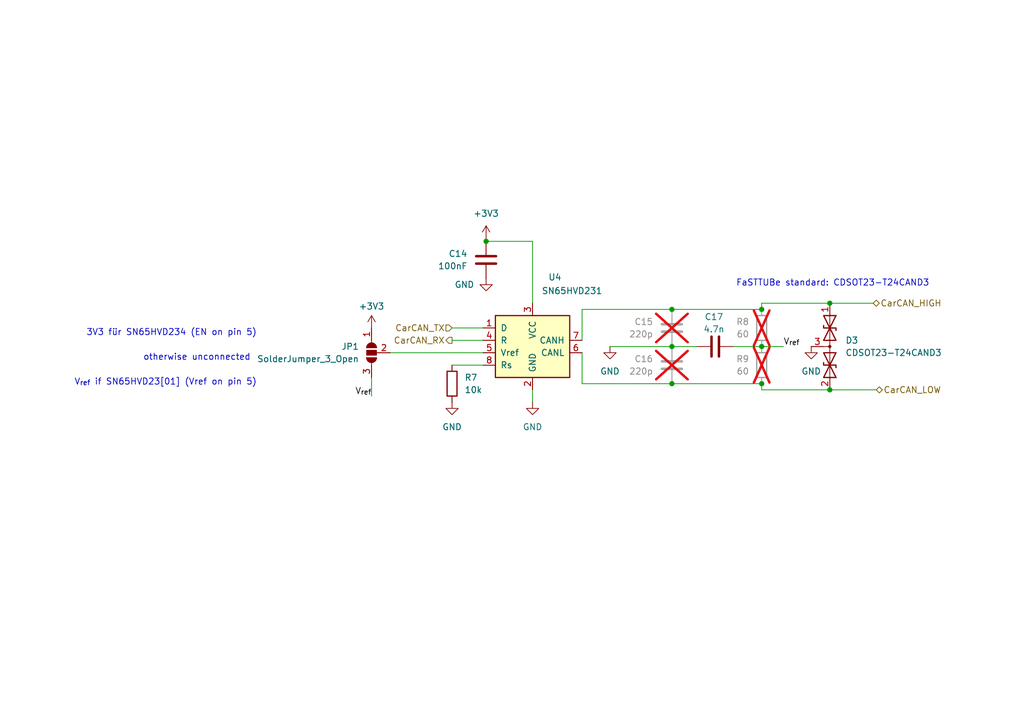
<source format=kicad_sch>
(kicad_sch (version 20250114) (generator "eeschema") (generator_version "9.0")
  (paper "A5")
  (title_block (title "CAN Transciever") (date "2025-03-09") (rev "V1") (comment 1 "Jonas Urban "))
  (lib_symbols
    (symbol "Device:C" (pin_numbers (hide yes)) (pin_names (offset 0.254))
      (property "Reference" "C" (at 0.635 2.54 0))
      (property "Value" "C" (at 0.635 -2.54 0))
      (symbol "C_0_1"
        (polyline (pts (xy -2.032 0.762) (xy 2.032 0.762)) (stroke (width 0.508)))
        (polyline (pts (xy -2.032 -0.762) (xy 2.032 -0.762)) (stroke (width 0.508)))
      )
      (symbol "C_1_1"
        (pin passive line (at 0 3.81 270) (length 2.794) (name "~") (number "1"))
        (pin passive line (at 0 -3.81 90) (length 2.794) (name "~") (number "2"))
      )
    )
    (symbol "Device:D_TVS_Dual_AAC" (pin_names (offset 1.016) (hide yes))
      (property "Reference" "D" (at 0 4.445 0))
      (property "Value" "D_TVS_Dual_AAC" (at 0 2.54 0))
      (symbol "D_TVS_Dual_AAC_0_0"
        (polyline (pts (xy 0 -1.27) (xy 0 0)))
      )
      (symbol "D_TVS_Dual_AAC_0_1"
        (polyline (pts (xy -6.35 1.27) (xy -1.27 -1.27) (xy -1.27 1.27) (xy -6.35 -1.27) (xy -6.35 1.27)) (stroke (width 0.254)))
        (polyline (pts (xy -6.35 0) (xy 6.35 0)))
        (polyline (pts (xy -3.302 1.27) (xy -3.81 1.27) (xy -3.81 -1.27) (xy -4.318 -1.27)) (stroke (width 0.254)))
        (circle (center 0 0) (radius 0.254) (fill (type outline)))
        (polyline (pts (xy 4.318 1.27) (xy 3.81 1.27) (xy 3.81 -1.27) (xy 3.302 -1.27)) (stroke (width 0.254)))
        (polyline (pts (xy 6.35 1.27) (xy 1.27 -1.27) (xy 1.27 1.27) (xy 6.35 -1.27) (xy 6.35 1.27)) (stroke (width 0.254)))
      )
      (symbol "D_TVS_Dual_AAC_1_1"
        (pin passive line (at -8.89 0 0) (length 2.54) (name "A1") (number "1"))
        (pin passive line (at 0 -3.81 90) (length 2.54) (name "common") (number "3"))
        (pin passive line (at 8.89 0 180) (length 2.54) (name "A2") (number "2"))
      )
    )
    (symbol "Device:R" (pin_numbers (hide yes)) (pin_names (offset 0))
      (property "Reference" "R" (at 2.032 0 90))
      (property "Value" "R" (at 0 0 90))
      (symbol "R_0_1"
        (rectangle (start -1.016 -2.54) (end 1.016 2.54) (stroke (width 0.254)))
      )
      (symbol "R_1_1"
        (pin passive line (at 0 3.81 270) (length 1.27) (name "~") (number "1"))
        (pin passive line (at 0 -3.81 90) (length 1.27) (name "~") (number "2"))
      )
    )
    (symbol "Interface_CAN_LIN:SN65HVD231" (pin_names (offset 1.016))
      (property "Reference" "U" (at -2.54 10.16 0))
      (property "Value" "SN65HVD231" (at -2.54 7.62 0))
      (symbol "SN65HVD231_0_1"
        (rectangle (start -7.62 5.08) (end 7.62 -7.62) (stroke (width 0.254)) (fill (type background)))
      )
      (symbol "SN65HVD231_1_1"
        (pin input line (at -10.16 2.54 0) (length 2.54) (name "D") (number "1"))
        (pin output line (at -10.16 0 0) (length 2.54) (name "R") (number "4"))
        (pin output line (at -10.16 -2.54 0) (length 2.54) (name "Vref") (number "5"))
        (pin input line (at -10.16 -5.08 0) (length 2.54) (name "Rs") (number "8"))
        (pin power_in line (at 0 7.62 270) (length 2.54) (name "VCC") (number "3"))
        (pin power_in line (at 0 -10.16 90) (length 2.54) (name "GND") (number "2"))
        (pin bidirectional line (at 10.16 0 180) (length 2.54) (name "CANH") (number "7"))
        (pin bidirectional line (at 10.16 -2.54 180) (length 2.54) (name "CANL") (number "6"))
      )
    )
    (symbol "Jumper:SolderJumper_3_Open" (pin_names (offset 0) (hide yes))
      (property "Reference" "JP" (at -2.54 -2.54 0))
      (property "Value" "SolderJumper_3_Open" (at 0 2.794 0))
      (symbol "SolderJumper_3_Open_0_1"
        (polyline (pts (xy -2.54 0) (xy -2.032 0)))
        (polyline (pts (xy -1.016 1.016) (xy -1.016 -1.016)))
        (arc (start -1.016 -1.016) (mid -2.0276 0) (end -1.016 1.016))
        (arc (start -1.016 -1.016) (mid -2.0276 0) (end -1.016 1.016) (fill (type outline)))
        (rectangle (start -0.508 1.016) (end 0.508 -1.016) (fill (type outline)))
        (polyline (pts (xy 0 -1.27) (xy 0 -1.016)))
        (arc (start 1.016 1.016) (mid 2.0276 0) (end 1.016 -1.016))
        (arc (start 1.016 1.016) (mid 2.0276 0) (end 1.016 -1.016) (fill (type outline)))
        (polyline (pts (xy 1.016 1.016) (xy 1.016 -1.016)))
        (polyline (pts (xy 2.54 0) (xy 2.032 0)))
      )
      (symbol "SolderJumper_3_Open_1_1"
        (pin passive line (at -5.08 0 0) (length 2.54) (name "A") (number "1"))
        (pin passive line (at 0 -3.81 90) (length 2.54) (name "C") (number "2"))
        (pin passive line (at 5.08 0 180) (length 2.54) (name "B") (number "3"))
      )
    )
    (symbol "power:+3V3" (power) (pin_numbers (hide yes)) (pin_names (offset 0) (hide yes))
      (property "Value" "+3V3" (at 0 3.556 0))
      (symbol "+3V3_0_1"
        (polyline (pts (xy -0.762 1.27) (xy 0 2.54)))
        (polyline (pts (xy 0 2.54) (xy 0.762 1.27)))
        (polyline (pts (xy 0 0) (xy 0 2.54)))
      )
      (symbol "+3V3_1_1"
        (pin power_in line (at 0 0 90) (length 0) (name "~") (number "1"))
      )
    )
    (symbol "power:GND" (power) (pin_numbers (hide yes)) (pin_names (offset 0) (hide yes))
      (property "Value" "GND" (at 0 -3.81 0))
      (symbol "GND_0_1"
        (polyline (pts (xy 0 0) (xy 0 -1.27) (xy 1.27 -1.27) (xy 0 -2.54) (xy -1.27 -1.27) (xy 0 -1.27)))
      )
      (symbol "GND_1_1"
        (pin power_in line (at 0 0 270) (length 0) (name "~") (number "1"))
      )
    )
  )
  (text "FaSTTUBe standard: CDSOT23-T24CAND3" (at 190.627 58.928 0) (effects (font (size 1.27 1.27)) (justify right bottom)))
  (text "otherwise unconnected" (at 51.435 74.168 0) (effects (font (size 1.27 1.27)) (justify right bottom)))
  (text "V_{ref} if SN65HVD23[01] (Vref on pin 5)" (at 52.705 79.248 0) (effects (font (size 1.27 1.27)) (justify right bottom)))
  (text "3V3 für SN65HVD234 (EN on pin 5)" (at 52.705 69.088 0) (effects (font (size 1.27 1.27)) (justify right bottom)))
  (junction (at 156.21 63.5))
  (junction (at 170.18 80.01))
  (junction (at 137.795 78.74))
  (junction (at 156.21 78.74))
  (junction (at 137.795 63.5))
  (junction (at 137.795 71.12))
  (junction (at 99.695 49.53))
  (junction (at 156.21 71.12))
  (junction (at 170.18 62.23))
  (wire (pts (xy 156.21 78.74) (xy 137.795 78.74)))
  (wire (pts (xy 92.71 67.31) (xy 99.06 67.31)))
  (wire (pts (xy 76.2 81.28) (xy 76.2 77.47)))
  (wire (pts (xy 109.22 82.55) (xy 109.22 80.01)))
  (wire (pts (xy 142.875 71.12) (xy 137.795 71.12)))
  (wire (pts (xy 160.655 71.12) (xy 156.21 71.12)))
  (wire (pts (xy 119.38 78.74) (xy 137.795 78.74)))
  (wire (pts (xy 170.18 62.23) (xy 179.07 62.23)))
  (wire (pts (xy 92.71 69.85) (xy 99.06 69.85)))
  (wire (pts (xy 99.06 72.39) (xy 80.01 72.39)))
  (wire (pts (xy 119.38 72.39) (xy 119.38 78.74)))
  (wire (pts (xy 156.21 62.23) (xy 156.21 63.5)))
  (wire (pts (xy 99.695 48.895) (xy 99.695 49.53)))
  (wire (pts (xy 156.21 80.01) (xy 170.18 80.01)))
  (wire (pts (xy 92.71 74.93) (xy 99.06 74.93)))
  (wire (pts (xy 137.795 71.12) (xy 125.095 71.12)))
  (wire (pts (xy 156.21 71.12) (xy 150.495 71.12)))
  (wire (pts (xy 170.18 80.01) (xy 179.705 80.01)))
  (wire (pts (xy 109.22 49.53) (xy 99.695 49.53)))
  (wire (pts (xy 156.21 63.5) (xy 137.795 63.5)))
  (wire (pts (xy 109.22 49.53) (xy 109.22 62.23)))
  (wire (pts (xy 156.21 80.01) (xy 156.21 78.74)))
  (wire (pts (xy 119.38 69.85) (xy 119.38 63.5)))
  (wire (pts (xy 119.38 63.5) (xy 137.795 63.5)))
  (wire (pts (xy 156.21 62.23) (xy 170.18 62.23)))
  (label "V_{ref}" (at 160.655 71.12 0))
  (label "V_{ref}" (at 76.2 81.28 180))
  (hierarchical_label "CarCAN_HIGH" (shape bidirectional) (at 179.07 62.23 0))
  (hierarchical_label "CarCAN_RX" (shape output) (at 92.71 69.85 180))
  (hierarchical_label "CarCAN_TX" (shape input) (at 92.71 67.31 180))
  (hierarchical_label "CarCAN_LOW" (shape bidirectional) (at 179.705 80.01 0))
  (symbol (lib_id "Jumper:SolderJumper_3_Open") (at 76.2 72.39 90) (mirror x) (unit 1)
    (property "Reference" "JP1" (at 73.66 71.12 90) (effects (justify left)))
    (property "Value" "SolderJumper_3_Open" (at 73.66 73.66 90) (effects (justify left)))
    (property "Footprint" "Jumper:SolderJumper-3_P1.3mm_Open_RoundedPad1.0x1.5mm_NumberLabels" (effects (hide yes)))
    (property "Description" "Solder Jumper, 3-pole, open" (effects (hide yes)))
  )
  (symbol (lib_id "Device:R") (at 156.21 67.31 0) (mirror y) (unit 1) (dnp yes)
    (property "Reference" "R8" (at 153.67 66.04 0) (effects (justify left)))
    (property "Value" "60" (at 153.67 68.58 0) (effects (justify left)))
    (property "Footprint" "Resistor_SMD:R_0603_1608Metric" (effects (hide yes)))
    (property "Description" "Resistor" (effects (hide yes)))
    (instances (project "LVBMS" (path "" (reference "R8") (unit 1))) (project "LVBMS" (path "" (reference "R1") (unit 1))) (project "Master_FT25" (path "" (reference "R81") (unit 1))))
  )
  (symbol (lib_id "Device:R") (at 156.21 74.93 0) (mirror y) (unit 1) (dnp yes)
    (property "Reference" "R9" (at 153.67 73.66 0) (effects (justify left)))
    (property "Value" "60" (at 153.67 76.2 0) (effects (justify left)))
    (property "Footprint" "Resistor_SMD:R_0603_1608Metric" (effects (hide yes)))
    (property "Description" "Resistor" (effects (hide yes)))
    (instances (project "LVBMS" (path "" (reference "R9") (unit 1))) (project "LVBMS" (path "" (reference "R53") (unit 1))) (project "Master_FT25" (path "" (reference "R82") (unit 1))))
  )
  (symbol (lib_id "Device:C") (at 137.795 74.93 0) (mirror y) (unit 1) (dnp yes)
    (property "Reference" "C16" (at 133.985 73.66 0) (effects (justify left)))
    (property "Value" "220p" (at 133.985 76.2 0) (effects (justify left)))
    (property "Footprint" "Capacitor_SMD:C_0603_1608Metric" (effects (hide yes)))
    (property "Description" "Unpolarized capacitor" (effects (hide yes)))
    (instances (project "LVBMS" (path "" (reference "C16") (unit 1))) (project "LVBMS" (path "" (reference "C66") (unit 1))) (project "Master_FT25" (path "" (reference "C39") (unit 1))))
  )
  (symbol (lib_id "Device:R") (at 92.71 78.74 0) (unit 1)
    (property "Reference" "R7" (at 95.25 77.47 0) (effects (justify left)))
    (property "Value" "10k" (at 95.25 80.01 0) (effects (justify left)))
    (property "Footprint" "Resistor_SMD:R_0603_1608Metric" (effects (hide yes)))
    (property "Description" "Resistor" (effects (hide yes)))
    (instances (project "LVBMS" (path "" (reference "R7") (unit 1))) (project "LVBMS" (path "" (reference "R54") (unit 1))) (project "Master_FT25" (path "" (reference "R80") (unit 1))))
  )
  (symbol (lib_id "power:GND") (at 109.22 82.55 0) (mirror y) (unit 1)
    (property "Reference" "#PWR025" (effects (hide yes)))
    (property "Value" "GND" (at 109.22 87.63 0))
    (property "Description" "Power symbol creates a global label with name \"GND\" , ground" (effects (hide yes)))
    (instances (project "LVBMS" (path "" (reference "#PWR025") (unit 1))) (project "LVBMS" (path "" (reference "#PWR029") (unit 1))) (project "Master_FT25" (path "" (reference "#PWR083") (unit 1))))
  )
  (symbol (lib_id "power:GND") (at 166.37 71.12 0) (mirror y) (unit 1)
    (property "Reference" "#PWR027" (effects (hide yes)))
    (property "Value" "GND" (at 166.37 76.2 0))
    (property "Description" "Power symbol creates a global label with name \"GND\" , ground" (effects (hide yes)))
    (instances (project "LVBMS" (path "" (reference "#PWR027") (unit 1))) (project "LVBMS" (path "" (reference "#PWR094") (unit 1))) (project "Master_FT25" (path "" (reference "#PWR085") (unit 1))))
  )
  (symbol (lib_id "power:+3V3") (at 99.695 48.895 0) (mirror y) (unit 1)
    (property "Reference" "#PWR023" (effects (hide yes)))
    (property "Value" "+3V3" (at 99.695 43.815 0))
    (property "Description" "Power symbol creates a global label with name \"+3V3\"" (effects (hide yes)))
    (instances (project "LVBMS" (path "" (reference "#PWR023") (unit 1))) (project "LVBMS" (path "" (reference "#PWR024") (unit 1))) (project "Master_FT25" (path "" (reference "#PWR081") (unit 1))))
  )
  (symbol (lib_id "power:+3V3") (at 76.2 67.31 0) (mirror y) (unit 1)
    (property "Reference" "#PWR021" (effects (hide yes)))
    (property "Value" "+3V3" (at 76.2 62.865 0))
    (property "Description" "Power symbol creates a global label with name \"+3V3\"" (effects (hide yes)))
    (instances (project "LVBMS" (path "" (reference "#PWR021") (unit 1))) (project "LVBMS" (path "" (reference "#PWR015") (unit 1))) (project "Master_FT25" (path "" (reference "#PWR079") (unit 1))))
  )
  (symbol (lib_id "Device:C") (at 146.685 71.12 270) (mirror x) (unit 1)
    (property "Reference" "C17" (at 146.431 65.024 90))
    (property "Value" "4.7n" (at 146.431 67.564 90))
    (property "Footprint" "Capacitor_SMD:C_0603_1608Metric" (effects (hide yes)))
    (property "Description" "Unpolarized capacitor" (effects (hide yes)))
    (instances (project "LVBMS" (path "" (reference "C17") (unit 1))) (project "LVBMS" (path "" (reference "C67") (unit 1))) (project "Master_FT25" (path "" (reference "C40") (unit 1))))
  )
  (symbol (lib_id "power:GND") (at 92.71 82.55 0) (mirror y) (unit 1)
    (property "Reference" "#PWR022" (effects (hide yes)))
    (property "Value" "GND" (at 92.71 87.63 0))
    (property "Description" "Power symbol creates a global label with name \"GND\" , ground" (effects (hide yes)))
    (instances (project "LVBMS" (path "" (reference "#PWR022") (unit 1))) (project "LVBMS" (path "" (reference "#PWR023") (unit 1))) (project "Master_FT25" (path "" (reference "#PWR080") (unit 1))))
  )
  (symbol (lib_id "Interface_CAN_LIN:SN65HVD231") (at 109.22 69.85 0) (unit 1)
    (property "Reference" "U4" (at 115.189 56.896 0) (effects (justify right)))
    (property "Value" "SN65HVD231" (at 123.571 59.69 0) (effects (justify right)))
    (property "Footprint" "Package_SO:SOIC-8_3.9x4.9mm_P1.27mm" (effects (hide yes)))
    (property "Datasheet" "https://www.ti.com/lit/ds/symlink/sn65hvd230.pdf?ts=1730823053790&ref_url=https%253A%252F%252Fwww.ti.com%252Fproduct%252Fde-de%252FSN65HVD230" (effects (hide yes)))
    (property "Description" "CAN Bus Transceivers, 3.3V, 1Mbps,Ultra Low-Power capabilities, SOIC-8" (effects (hide yes)))
    (instances (project "LVBMS" (path "" (reference "U4") (unit 1))) (project "LVBMS" (path "" (reference "U18") (unit 1))) (project "Master_FT25" (path "" (reference "U15") (unit 1))))
  )
  (symbol (lib_id "Device:C") (at 137.795 67.31 0) (mirror y) (unit 1) (dnp yes)
    (property "Reference" "C15" (at 133.985 66.04 0) (effects (justify left)))
    (property "Value" "220p" (at 133.985 68.58 0) (effects (justify left)))
    (property "Footprint" "Capacitor_SMD:C_0603_1608Metric" (effects (hide yes)))
    (property "Description" "Unpolarized capacitor" (effects (hide yes)))
    (instances (project "LVBMS" (path "" (reference "C15") (unit 1))) (project "LVBMS" (path "" (reference "C65") (unit 1))) (project "Master_FT25" (path "" (reference "C38") (unit 1))))
  )
  (symbol (lib_id "Device:C") (at 99.695 53.34 0) (mirror y) (unit 1)
    (property "Reference" "C14" (at 95.885 52.0699 0) (effects (justify left)))
    (property "Value" "100nF" (at 95.885 54.6099 0) (effects (justify left)))
    (property "Footprint" "Capacitor_SMD:C_0603_1608Metric" (effects (hide yes)))
    (property "Description" "Unpolarized capacitor" (effects (hide yes)))
    (instances (project "LVBMS" (path "" (reference "C14") (unit 1))) (project "LVBMS" (path "" (reference "C48") (unit 1))) (project "Master_FT25" (path "" (reference "C37") (unit 1))))
  )
  (symbol (lib_id "Device:D_TVS_Dual_AAC") (at 170.18 71.12 270) (unit 1)
    (property "Reference" "D3" (at 173.355 69.85 90) (effects (justify left)))
    (property "Value" "CDSOT23-T24CAND3" (at 173.355 72.39 90) (effects (justify left)))
    (property "Footprint" "Package_TO_SOT_SMD:SOT-23-3" (effects (hide yes)))
    (property "Datasheet" "https://www.mouser.de/datasheet/2/54/cdsot23_t24can_q-1534349.pdf" (effects (hide yes)))
    (property "Description" "Bidirectional dual transient-voltage-suppression diode, center on pin 3" (effects (hide yes)))
    (instances (project "Master_FT25" (path "" (reference "D3") (unit 1))) (project "Master_FT25" (path "" (reference "D25") (unit 1))))
  )
  (symbol (lib_id "power:GND") (at 99.695 57.15 0) (mirror y) (unit 1)
    (property "Reference" "#PWR024" (effects (hide yes)))
    (property "Value" "GND" (at 95.25 58.42 0))
    (property "Description" "Power symbol creates a global label with name \"GND\" , ground" (effects (hide yes)))
    (instances (project "LVBMS" (path "" (reference "#PWR024") (unit 1))) (project "LVBMS" (path "" (reference "#PWR025") (unit 1))) (project "Master_FT25" (path "" (reference "#PWR082") (unit 1))))
  )
  (symbol (lib_id "power:GND") (at 125.095 71.12 0) (mirror y) (unit 1)
    (property "Reference" "#PWR026" (effects (hide yes)))
    (property "Value" "GND" (at 125.095 76.2 0))
    (property "Description" "Power symbol creates a global label with name \"GND\" , ground" (effects (hide yes)))
    (instances (project "LVBMS" (path "" (reference "#PWR026") (unit 1))) (project "LVBMS" (path "" (reference "#PWR094") (unit 1))) (project "Master_FT25" (path "" (reference "#PWR084") (unit 1))))
  )
)
</source>
